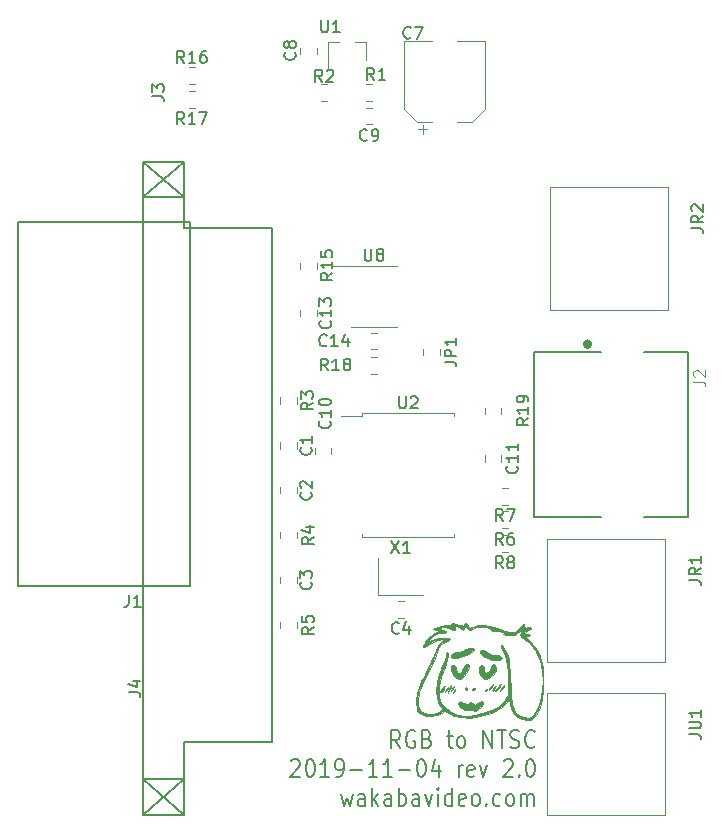
<source format=gbr>
G04 #@! TF.GenerationSoftware,KiCad,Pcbnew,(5.1.5)-2*
G04 #@! TF.CreationDate,2020-08-23T21:31:47+12:00*
G04 #@! TF.ProjectId,rgbntsc,7267626e-7473-4632-9e6b-696361645f70,rev?*
G04 #@! TF.SameCoordinates,Original*
G04 #@! TF.FileFunction,Legend,Top*
G04 #@! TF.FilePolarity,Positive*
%FSLAX46Y46*%
G04 Gerber Fmt 4.6, Leading zero omitted, Abs format (unit mm)*
G04 Created by KiCad (PCBNEW (5.1.5)-2) date 2020-08-23 21:31:47*
%MOMM*%
%LPD*%
G04 APERTURE LIST*
%ADD10C,0.200000*%
%ADD11C,0.120000*%
%ADD12C,0.400000*%
%ADD13C,0.127000*%
%ADD14C,0.010000*%
%ADD15C,0.150000*%
%ADD16C,0.050000*%
G04 APERTURE END LIST*
D10*
X47231904Y-103128571D02*
X46798571Y-102414285D01*
X46489047Y-103128571D02*
X46489047Y-101628571D01*
X46984285Y-101628571D01*
X47108095Y-101700000D01*
X47170000Y-101771428D01*
X47231904Y-101914285D01*
X47231904Y-102128571D01*
X47170000Y-102271428D01*
X47108095Y-102342857D01*
X46984285Y-102414285D01*
X46489047Y-102414285D01*
X48470000Y-101700000D02*
X48346190Y-101628571D01*
X48160476Y-101628571D01*
X47974761Y-101700000D01*
X47850952Y-101842857D01*
X47789047Y-101985714D01*
X47727142Y-102271428D01*
X47727142Y-102485714D01*
X47789047Y-102771428D01*
X47850952Y-102914285D01*
X47974761Y-103057142D01*
X48160476Y-103128571D01*
X48284285Y-103128571D01*
X48470000Y-103057142D01*
X48531904Y-102985714D01*
X48531904Y-102485714D01*
X48284285Y-102485714D01*
X49522380Y-102342857D02*
X49708095Y-102414285D01*
X49770000Y-102485714D01*
X49831904Y-102628571D01*
X49831904Y-102842857D01*
X49770000Y-102985714D01*
X49708095Y-103057142D01*
X49584285Y-103128571D01*
X49089047Y-103128571D01*
X49089047Y-101628571D01*
X49522380Y-101628571D01*
X49646190Y-101700000D01*
X49708095Y-101771428D01*
X49770000Y-101914285D01*
X49770000Y-102057142D01*
X49708095Y-102200000D01*
X49646190Y-102271428D01*
X49522380Y-102342857D01*
X49089047Y-102342857D01*
X51193809Y-102128571D02*
X51689047Y-102128571D01*
X51379523Y-101628571D02*
X51379523Y-102914285D01*
X51441428Y-103057142D01*
X51565238Y-103128571D01*
X51689047Y-103128571D01*
X52308095Y-103128571D02*
X52184285Y-103057142D01*
X52122380Y-102985714D01*
X52060476Y-102842857D01*
X52060476Y-102414285D01*
X52122380Y-102271428D01*
X52184285Y-102200000D01*
X52308095Y-102128571D01*
X52493809Y-102128571D01*
X52617619Y-102200000D01*
X52679523Y-102271428D01*
X52741428Y-102414285D01*
X52741428Y-102842857D01*
X52679523Y-102985714D01*
X52617619Y-103057142D01*
X52493809Y-103128571D01*
X52308095Y-103128571D01*
X54289047Y-103128571D02*
X54289047Y-101628571D01*
X55031904Y-103128571D01*
X55031904Y-101628571D01*
X55465238Y-101628571D02*
X56208095Y-101628571D01*
X55836666Y-103128571D02*
X55836666Y-101628571D01*
X56579523Y-103057142D02*
X56765238Y-103128571D01*
X57074761Y-103128571D01*
X57198571Y-103057142D01*
X57260476Y-102985714D01*
X57322380Y-102842857D01*
X57322380Y-102700000D01*
X57260476Y-102557142D01*
X57198571Y-102485714D01*
X57074761Y-102414285D01*
X56827142Y-102342857D01*
X56703333Y-102271428D01*
X56641428Y-102200000D01*
X56579523Y-102057142D01*
X56579523Y-101914285D01*
X56641428Y-101771428D01*
X56703333Y-101700000D01*
X56827142Y-101628571D01*
X57136666Y-101628571D01*
X57322380Y-101700000D01*
X58622380Y-102985714D02*
X58560476Y-103057142D01*
X58374761Y-103128571D01*
X58250952Y-103128571D01*
X58065238Y-103057142D01*
X57941428Y-102914285D01*
X57879523Y-102771428D01*
X57817619Y-102485714D01*
X57817619Y-102271428D01*
X57879523Y-101985714D01*
X57941428Y-101842857D01*
X58065238Y-101700000D01*
X58250952Y-101628571D01*
X58374761Y-101628571D01*
X58560476Y-101700000D01*
X58622380Y-101771428D01*
X38008095Y-104221428D02*
X38070000Y-104150000D01*
X38193809Y-104078571D01*
X38503333Y-104078571D01*
X38627142Y-104150000D01*
X38689047Y-104221428D01*
X38750952Y-104364285D01*
X38750952Y-104507142D01*
X38689047Y-104721428D01*
X37946190Y-105578571D01*
X38750952Y-105578571D01*
X39555714Y-104078571D02*
X39679523Y-104078571D01*
X39803333Y-104150000D01*
X39865238Y-104221428D01*
X39927142Y-104364285D01*
X39989047Y-104650000D01*
X39989047Y-105007142D01*
X39927142Y-105292857D01*
X39865238Y-105435714D01*
X39803333Y-105507142D01*
X39679523Y-105578571D01*
X39555714Y-105578571D01*
X39431904Y-105507142D01*
X39370000Y-105435714D01*
X39308095Y-105292857D01*
X39246190Y-105007142D01*
X39246190Y-104650000D01*
X39308095Y-104364285D01*
X39370000Y-104221428D01*
X39431904Y-104150000D01*
X39555714Y-104078571D01*
X41227142Y-105578571D02*
X40484285Y-105578571D01*
X40855714Y-105578571D02*
X40855714Y-104078571D01*
X40731904Y-104292857D01*
X40608095Y-104435714D01*
X40484285Y-104507142D01*
X41846190Y-105578571D02*
X42093809Y-105578571D01*
X42217619Y-105507142D01*
X42279523Y-105435714D01*
X42403333Y-105221428D01*
X42465238Y-104935714D01*
X42465238Y-104364285D01*
X42403333Y-104221428D01*
X42341428Y-104150000D01*
X42217619Y-104078571D01*
X41970000Y-104078571D01*
X41846190Y-104150000D01*
X41784285Y-104221428D01*
X41722380Y-104364285D01*
X41722380Y-104721428D01*
X41784285Y-104864285D01*
X41846190Y-104935714D01*
X41970000Y-105007142D01*
X42217619Y-105007142D01*
X42341428Y-104935714D01*
X42403333Y-104864285D01*
X42465238Y-104721428D01*
X43022380Y-105007142D02*
X44012857Y-105007142D01*
X45312857Y-105578571D02*
X44570000Y-105578571D01*
X44941428Y-105578571D02*
X44941428Y-104078571D01*
X44817619Y-104292857D01*
X44693809Y-104435714D01*
X44570000Y-104507142D01*
X46550952Y-105578571D02*
X45808095Y-105578571D01*
X46179523Y-105578571D02*
X46179523Y-104078571D01*
X46055714Y-104292857D01*
X45931904Y-104435714D01*
X45808095Y-104507142D01*
X47108095Y-105007142D02*
X48098571Y-105007142D01*
X48965238Y-104078571D02*
X49089047Y-104078571D01*
X49212857Y-104150000D01*
X49274761Y-104221428D01*
X49336666Y-104364285D01*
X49398571Y-104650000D01*
X49398571Y-105007142D01*
X49336666Y-105292857D01*
X49274761Y-105435714D01*
X49212857Y-105507142D01*
X49089047Y-105578571D01*
X48965238Y-105578571D01*
X48841428Y-105507142D01*
X48779523Y-105435714D01*
X48717619Y-105292857D01*
X48655714Y-105007142D01*
X48655714Y-104650000D01*
X48717619Y-104364285D01*
X48779523Y-104221428D01*
X48841428Y-104150000D01*
X48965238Y-104078571D01*
X50512857Y-104578571D02*
X50512857Y-105578571D01*
X50203333Y-104007142D02*
X49893809Y-105078571D01*
X50698571Y-105078571D01*
X52184285Y-105578571D02*
X52184285Y-104578571D01*
X52184285Y-104864285D02*
X52246190Y-104721428D01*
X52308095Y-104650000D01*
X52431904Y-104578571D01*
X52555714Y-104578571D01*
X53484285Y-105507142D02*
X53360476Y-105578571D01*
X53112857Y-105578571D01*
X52989047Y-105507142D01*
X52927142Y-105364285D01*
X52927142Y-104792857D01*
X52989047Y-104650000D01*
X53112857Y-104578571D01*
X53360476Y-104578571D01*
X53484285Y-104650000D01*
X53546190Y-104792857D01*
X53546190Y-104935714D01*
X52927142Y-105078571D01*
X53979523Y-104578571D02*
X54289047Y-105578571D01*
X54598571Y-104578571D01*
X56022380Y-104221428D02*
X56084285Y-104150000D01*
X56208095Y-104078571D01*
X56517619Y-104078571D01*
X56641428Y-104150000D01*
X56703333Y-104221428D01*
X56765238Y-104364285D01*
X56765238Y-104507142D01*
X56703333Y-104721428D01*
X55960476Y-105578571D01*
X56765238Y-105578571D01*
X57322380Y-105435714D02*
X57384285Y-105507142D01*
X57322380Y-105578571D01*
X57260476Y-105507142D01*
X57322380Y-105435714D01*
X57322380Y-105578571D01*
X58189047Y-104078571D02*
X58312857Y-104078571D01*
X58436666Y-104150000D01*
X58498571Y-104221428D01*
X58560476Y-104364285D01*
X58622380Y-104650000D01*
X58622380Y-105007142D01*
X58560476Y-105292857D01*
X58498571Y-105435714D01*
X58436666Y-105507142D01*
X58312857Y-105578571D01*
X58189047Y-105578571D01*
X58065238Y-105507142D01*
X58003333Y-105435714D01*
X57941428Y-105292857D01*
X57879523Y-105007142D01*
X57879523Y-104650000D01*
X57941428Y-104364285D01*
X58003333Y-104221428D01*
X58065238Y-104150000D01*
X58189047Y-104078571D01*
X42217619Y-107028571D02*
X42465238Y-108028571D01*
X42712857Y-107314285D01*
X42960476Y-108028571D01*
X43208095Y-107028571D01*
X44260476Y-108028571D02*
X44260476Y-107242857D01*
X44198571Y-107100000D01*
X44074761Y-107028571D01*
X43827142Y-107028571D01*
X43703333Y-107100000D01*
X44260476Y-107957142D02*
X44136666Y-108028571D01*
X43827142Y-108028571D01*
X43703333Y-107957142D01*
X43641428Y-107814285D01*
X43641428Y-107671428D01*
X43703333Y-107528571D01*
X43827142Y-107457142D01*
X44136666Y-107457142D01*
X44260476Y-107385714D01*
X44879523Y-108028571D02*
X44879523Y-106528571D01*
X45003333Y-107457142D02*
X45374761Y-108028571D01*
X45374761Y-107028571D02*
X44879523Y-107600000D01*
X46489047Y-108028571D02*
X46489047Y-107242857D01*
X46427142Y-107100000D01*
X46303333Y-107028571D01*
X46055714Y-107028571D01*
X45931904Y-107100000D01*
X46489047Y-107957142D02*
X46365238Y-108028571D01*
X46055714Y-108028571D01*
X45931904Y-107957142D01*
X45870000Y-107814285D01*
X45870000Y-107671428D01*
X45931904Y-107528571D01*
X46055714Y-107457142D01*
X46365238Y-107457142D01*
X46489047Y-107385714D01*
X47108095Y-108028571D02*
X47108095Y-106528571D01*
X47108095Y-107100000D02*
X47231904Y-107028571D01*
X47479523Y-107028571D01*
X47603333Y-107100000D01*
X47665238Y-107171428D01*
X47727142Y-107314285D01*
X47727142Y-107742857D01*
X47665238Y-107885714D01*
X47603333Y-107957142D01*
X47479523Y-108028571D01*
X47231904Y-108028571D01*
X47108095Y-107957142D01*
X48841428Y-108028571D02*
X48841428Y-107242857D01*
X48779523Y-107100000D01*
X48655714Y-107028571D01*
X48408095Y-107028571D01*
X48284285Y-107100000D01*
X48841428Y-107957142D02*
X48717619Y-108028571D01*
X48408095Y-108028571D01*
X48284285Y-107957142D01*
X48222380Y-107814285D01*
X48222380Y-107671428D01*
X48284285Y-107528571D01*
X48408095Y-107457142D01*
X48717619Y-107457142D01*
X48841428Y-107385714D01*
X49336666Y-107028571D02*
X49646190Y-108028571D01*
X49955714Y-107028571D01*
X50450952Y-108028571D02*
X50450952Y-107028571D01*
X50450952Y-106528571D02*
X50389047Y-106600000D01*
X50450952Y-106671428D01*
X50512857Y-106600000D01*
X50450952Y-106528571D01*
X50450952Y-106671428D01*
X51627142Y-108028571D02*
X51627142Y-106528571D01*
X51627142Y-107957142D02*
X51503333Y-108028571D01*
X51255714Y-108028571D01*
X51131904Y-107957142D01*
X51070000Y-107885714D01*
X51008095Y-107742857D01*
X51008095Y-107314285D01*
X51070000Y-107171428D01*
X51131904Y-107100000D01*
X51255714Y-107028571D01*
X51503333Y-107028571D01*
X51627142Y-107100000D01*
X52741428Y-107957142D02*
X52617619Y-108028571D01*
X52370000Y-108028571D01*
X52246190Y-107957142D01*
X52184285Y-107814285D01*
X52184285Y-107242857D01*
X52246190Y-107100000D01*
X52370000Y-107028571D01*
X52617619Y-107028571D01*
X52741428Y-107100000D01*
X52803333Y-107242857D01*
X52803333Y-107385714D01*
X52184285Y-107528571D01*
X53546190Y-108028571D02*
X53422380Y-107957142D01*
X53360476Y-107885714D01*
X53298571Y-107742857D01*
X53298571Y-107314285D01*
X53360476Y-107171428D01*
X53422380Y-107100000D01*
X53546190Y-107028571D01*
X53731904Y-107028571D01*
X53855714Y-107100000D01*
X53917619Y-107171428D01*
X53979523Y-107314285D01*
X53979523Y-107742857D01*
X53917619Y-107885714D01*
X53855714Y-107957142D01*
X53731904Y-108028571D01*
X53546190Y-108028571D01*
X54536666Y-107885714D02*
X54598571Y-107957142D01*
X54536666Y-108028571D01*
X54474761Y-107957142D01*
X54536666Y-107885714D01*
X54536666Y-108028571D01*
X55712857Y-107957142D02*
X55589047Y-108028571D01*
X55341428Y-108028571D01*
X55217619Y-107957142D01*
X55155714Y-107885714D01*
X55093809Y-107742857D01*
X55093809Y-107314285D01*
X55155714Y-107171428D01*
X55217619Y-107100000D01*
X55341428Y-107028571D01*
X55589047Y-107028571D01*
X55712857Y-107100000D01*
X56455714Y-108028571D02*
X56331904Y-107957142D01*
X56270000Y-107885714D01*
X56208095Y-107742857D01*
X56208095Y-107314285D01*
X56270000Y-107171428D01*
X56331904Y-107100000D01*
X56455714Y-107028571D01*
X56641428Y-107028571D01*
X56765238Y-107100000D01*
X56827142Y-107171428D01*
X56889047Y-107314285D01*
X56889047Y-107742857D01*
X56827142Y-107885714D01*
X56765238Y-107957142D01*
X56641428Y-108028571D01*
X56455714Y-108028571D01*
X57446190Y-108028571D02*
X57446190Y-107028571D01*
X57446190Y-107171428D02*
X57508095Y-107100000D01*
X57631904Y-107028571D01*
X57817619Y-107028571D01*
X57941428Y-107100000D01*
X58003333Y-107242857D01*
X58003333Y-108028571D01*
X58003333Y-107242857D02*
X58065238Y-107100000D01*
X58189047Y-107028571D01*
X58374761Y-107028571D01*
X58498571Y-107100000D01*
X58560476Y-107242857D01*
X58560476Y-108028571D01*
D11*
X47038748Y-92110000D02*
X47561252Y-92110000D01*
X47038748Y-90690000D02*
X47561252Y-90690000D01*
X45400000Y-90175000D02*
X49200000Y-90175000D01*
X45400000Y-87025000D02*
X45400000Y-90175000D01*
X44040000Y-74995000D02*
X42225000Y-74995000D01*
X44040000Y-74740000D02*
X44040000Y-74995000D01*
X47900000Y-74740000D02*
X44040000Y-74740000D01*
X51760000Y-74740000D02*
X51760000Y-74995000D01*
X47900000Y-74740000D02*
X51760000Y-74740000D01*
X44040000Y-85260000D02*
X44040000Y-85005000D01*
X47900000Y-85260000D02*
X44040000Y-85260000D01*
X51760000Y-85260000D02*
X51760000Y-85005000D01*
X47900000Y-85260000D02*
X51760000Y-85260000D01*
X56361252Y-85090000D02*
X55838748Y-85090000D01*
X56361252Y-86510000D02*
X55838748Y-86510000D01*
X56361252Y-81090000D02*
X55838748Y-81090000D01*
X56361252Y-82510000D02*
X55838748Y-82510000D01*
X56361252Y-83090000D02*
X55838748Y-83090000D01*
X56361252Y-84510000D02*
X55838748Y-84510000D01*
X59900000Y-55600000D02*
X69900000Y-55600000D01*
X59900000Y-66000000D02*
X59900000Y-55600000D01*
X69900000Y-66000000D02*
X59900000Y-66000000D01*
X69900000Y-55600000D02*
X69900000Y-66000000D01*
X49190000Y-69338748D02*
X49190000Y-69861252D01*
X50610000Y-69338748D02*
X50610000Y-69861252D01*
D12*
X63300000Y-68940000D02*
G75*
G03X63300000Y-68940000I-200000J0D01*
G01*
D13*
X58600000Y-83600000D02*
X64250000Y-83600000D01*
X71600000Y-83600000D02*
X67910000Y-83600000D01*
X58600000Y-69600000D02*
X64250000Y-69600000D01*
X71600000Y-69600000D02*
X67910000Y-69600000D01*
X58600000Y-83600000D02*
X58600000Y-69600000D01*
X71600000Y-69600000D02*
X71600000Y-83600000D01*
D14*
G36*
X52899334Y-92604484D02*
G01*
X52944447Y-92721512D01*
X53008691Y-92822524D01*
X53088475Y-92910076D01*
X53185612Y-92927480D01*
X53356537Y-92875772D01*
X53470645Y-92830999D01*
X53839344Y-92737396D01*
X54282480Y-92728687D01*
X54820845Y-92806805D01*
X55475228Y-92973685D01*
X55682855Y-93036825D01*
X56143707Y-93180918D01*
X56473757Y-93276618D01*
X56704691Y-93323190D01*
X56868197Y-93319898D01*
X56995960Y-93266009D01*
X57119666Y-93160787D01*
X57271003Y-93003498D01*
X57274427Y-92999922D01*
X57499966Y-92770356D01*
X57634873Y-92655627D01*
X57701952Y-92644848D01*
X57724009Y-92727135D01*
X57725334Y-92784676D01*
X57751028Y-92892418D01*
X57859400Y-92920257D01*
X58010903Y-92902345D01*
X58231758Y-92895234D01*
X58354044Y-92949172D01*
X58354566Y-92950002D01*
X58340225Y-93028136D01*
X58259497Y-93044420D01*
X58096414Y-93096041D01*
X57890920Y-93222744D01*
X57852334Y-93253042D01*
X57598334Y-93461243D01*
X57920830Y-93464288D01*
X58124185Y-93485228D01*
X58196286Y-93536652D01*
X58191000Y-93552000D01*
X58072986Y-93620282D01*
X57953170Y-93636895D01*
X57863349Y-93650574D01*
X57870404Y-93707697D01*
X57987209Y-93832892D01*
X58119169Y-93954395D01*
X58596816Y-94481520D01*
X58962079Y-95107455D01*
X59177116Y-95672906D01*
X59260163Y-95963925D01*
X59316230Y-96238356D01*
X59350093Y-96541141D01*
X59366527Y-96917217D01*
X59370307Y-97411524D01*
X59370111Y-97489000D01*
X59346052Y-98246868D01*
X59274011Y-98875177D01*
X59145865Y-99408941D01*
X58953495Y-99883177D01*
X58722049Y-100283000D01*
X58554563Y-100522212D01*
X58418423Y-100652208D01*
X58259288Y-100709823D01*
X58063346Y-100729524D01*
X57588660Y-100677596D01*
X57325237Y-100573534D01*
X56974076Y-100323867D01*
X56718422Y-99964554D01*
X56542739Y-99472973D01*
X56528386Y-99413140D01*
X56428632Y-98980982D01*
X56185023Y-99287524D01*
X55856819Y-99628483D01*
X55454593Y-99900193D01*
X54931611Y-100133962D01*
X54908971Y-100142427D01*
X54012197Y-100416885D01*
X53189818Y-100546786D01*
X52445390Y-100532206D01*
X51782469Y-100373222D01*
X51204613Y-100069911D01*
X51194357Y-100062664D01*
X51031763Y-99962182D01*
X50934238Y-99965124D01*
X50861857Y-100035598D01*
X50601643Y-100232570D01*
X50235698Y-100360951D01*
X49815983Y-100413853D01*
X49394460Y-100384387D01*
X49045178Y-100276460D01*
X48867328Y-100177041D01*
X48751967Y-100056079D01*
X48680066Y-99872818D01*
X48632597Y-99586503D01*
X48608366Y-99351593D01*
X48753669Y-99351593D01*
X48761480Y-99582727D01*
X48799792Y-99738855D01*
X48877000Y-99866863D01*
X48936376Y-99939123D01*
X49116068Y-100099565D01*
X49344416Y-100186074D01*
X49576557Y-100219537D01*
X49990560Y-100234300D01*
X50302930Y-100177276D01*
X50570652Y-100035962D01*
X50635867Y-99987115D01*
X50855247Y-99814550D01*
X50614815Y-99551312D01*
X50424711Y-99229213D01*
X50316881Y-98790861D01*
X50290129Y-98267333D01*
X50343264Y-97689708D01*
X50475090Y-97089067D01*
X50684415Y-96496487D01*
X50736666Y-96379093D01*
X50887684Y-96022497D01*
X51011698Y-95674949D01*
X51086632Y-95399790D01*
X51094915Y-95351166D01*
X51142844Y-95131603D01*
X51205032Y-95004223D01*
X51229302Y-94991333D01*
X51285579Y-95063881D01*
X51283665Y-95259321D01*
X51230752Y-95544341D01*
X51134036Y-95885632D01*
X51000709Y-96249885D01*
X50915035Y-96446532D01*
X50656037Y-97145577D01*
X50511598Y-97858557D01*
X50489856Y-98537071D01*
X50519263Y-98800081D01*
X50577426Y-99073375D01*
X50670207Y-99278348D01*
X50834306Y-99477832D01*
X51018202Y-99654237D01*
X51571259Y-100062661D01*
X52169665Y-100308960D01*
X52822958Y-100396511D01*
X53091685Y-100388571D01*
X53583564Y-100321176D01*
X54135137Y-100193750D01*
X54686927Y-100024217D01*
X55179457Y-99830506D01*
X55506027Y-99660887D01*
X55764889Y-99454572D01*
X56022674Y-99177286D01*
X56138715Y-99018537D01*
X56408377Y-98600741D01*
X56385431Y-97367537D01*
X56360042Y-96673557D01*
X56308201Y-96113854D01*
X56223275Y-95654537D01*
X56098633Y-95261713D01*
X55927642Y-94901491D01*
X55889832Y-94834740D01*
X55765573Y-94577913D01*
X55740632Y-94415691D01*
X55756097Y-94386703D01*
X55833119Y-94415499D01*
X55962030Y-94588743D01*
X56133185Y-94893124D01*
X56157882Y-94941330D01*
X56479890Y-95575735D01*
X56548711Y-97209701D01*
X56579802Y-97903612D01*
X56609652Y-98451631D01*
X56641007Y-98877151D01*
X56676615Y-99203568D01*
X56719222Y-99454274D01*
X56771575Y-99652663D01*
X56836421Y-99822131D01*
X56861987Y-99877707D01*
X57069696Y-100167650D01*
X57359879Y-100387765D01*
X57691657Y-100525036D01*
X58024153Y-100566445D01*
X58316488Y-100498979D01*
X58467248Y-100388833D01*
X58753750Y-99981418D01*
X58986618Y-99445907D01*
X59160407Y-98816534D01*
X59269675Y-98127533D01*
X59308981Y-97413138D01*
X59272881Y-96707583D01*
X59157084Y-96049666D01*
X59045749Y-95671743D01*
X58909694Y-95303921D01*
X58767712Y-94989885D01*
X58638598Y-94773319D01*
X58582150Y-94713251D01*
X58445012Y-94564770D01*
X58319797Y-94368040D01*
X58175290Y-94173772D01*
X58013528Y-94056905D01*
X57830353Y-93953341D01*
X57619445Y-93790057D01*
X57592132Y-93765334D01*
X57440912Y-93605190D01*
X57406369Y-93487925D01*
X57453901Y-93379117D01*
X57549527Y-93188148D01*
X57530836Y-93117189D01*
X57407055Y-93170447D01*
X57256721Y-93289229D01*
X57060623Y-93441909D01*
X56874324Y-93520918D01*
X56626878Y-93549432D01*
X56452387Y-93552000D01*
X56183002Y-93539079D01*
X56000497Y-93505363D01*
X55947334Y-93467333D01*
X56014819Y-93383068D01*
X56053167Y-93374227D01*
X56102653Y-93353981D01*
X56025154Y-93319592D01*
X55861397Y-93280311D01*
X55652107Y-93245386D01*
X55438009Y-93224065D01*
X55381881Y-93221772D01*
X55124745Y-93186058D01*
X54928515Y-93107616D01*
X54897571Y-93082808D01*
X54608568Y-92894060D01*
X54241246Y-92834855D01*
X53784355Y-92904978D01*
X53349528Y-93052942D01*
X53156259Y-93115115D01*
X53034183Y-93084183D01*
X52916619Y-92959654D01*
X52753181Y-92757817D01*
X52655741Y-92939887D01*
X52558300Y-93121957D01*
X52251335Y-92913645D01*
X52005763Y-92760303D01*
X51874787Y-92717532D01*
X51844741Y-92785347D01*
X51882194Y-92914002D01*
X51921269Y-93101465D01*
X51849733Y-93161950D01*
X51670254Y-93094338D01*
X51581718Y-93039737D01*
X51318771Y-92926964D01*
X51012516Y-92878585D01*
X50738351Y-92902024D01*
X50631739Y-92946166D01*
X50617942Y-93012092D01*
X50766747Y-93093081D01*
X50861766Y-93126829D01*
X51085758Y-93223889D01*
X51143904Y-93305312D01*
X51039584Y-93361452D01*
X50776178Y-93382663D01*
X50772104Y-93382666D01*
X50422607Y-93421155D01*
X50121888Y-93555537D01*
X49830167Y-93789852D01*
X49651675Y-93974373D01*
X49613014Y-94063540D01*
X49713481Y-94056469D01*
X49952377Y-93952276D01*
X49957167Y-93949891D01*
X50202878Y-93861972D01*
X50509862Y-93799413D01*
X50832338Y-93765139D01*
X51124525Y-93762078D01*
X51340641Y-93793153D01*
X51433336Y-93855555D01*
X51382846Y-93941727D01*
X51218846Y-94053598D01*
X51117589Y-94104021D01*
X50735831Y-94344289D01*
X50482970Y-94675940D01*
X50357053Y-95023553D01*
X50291635Y-95209191D01*
X50162617Y-95514647D01*
X49983913Y-95909190D01*
X49769435Y-96362086D01*
X49537168Y-96834484D01*
X49283345Y-97343603D01*
X49095465Y-97731584D01*
X48962902Y-98028324D01*
X48875031Y-98263717D01*
X48821224Y-98467661D01*
X48790855Y-98670049D01*
X48773299Y-98900778D01*
X48767962Y-98998568D01*
X48753669Y-99351593D01*
X48608366Y-99351593D01*
X48606952Y-99337893D01*
X48591936Y-98967543D01*
X48626484Y-98613255D01*
X48720611Y-98238910D01*
X48884333Y-97808389D01*
X49127667Y-97285571D01*
X49236209Y-97068746D01*
X49503007Y-96541987D01*
X49704482Y-96140786D01*
X49852244Y-95839854D01*
X49957900Y-95613898D01*
X50033060Y-95437629D01*
X50089331Y-95285755D01*
X50138323Y-95132987D01*
X50163974Y-95047498D01*
X50326144Y-94608241D01*
X50523732Y-94296832D01*
X50783902Y-94071990D01*
X50821377Y-94048403D01*
X51079000Y-93891299D01*
X50782667Y-93892842D01*
X50421803Y-93954056D01*
X50003947Y-94118918D01*
X49584210Y-94364159D01*
X49469796Y-94447150D01*
X49272471Y-94572923D01*
X49181177Y-94572425D01*
X49196139Y-94451587D01*
X49317581Y-94216344D01*
X49453148Y-94005744D01*
X49820263Y-93597866D01*
X50151648Y-93382838D01*
X50571000Y-93171343D01*
X50274667Y-93122567D01*
X49978334Y-93073792D01*
X50401667Y-92882055D01*
X50787842Y-92748101D01*
X51152688Y-92721955D01*
X51219456Y-92726989D01*
X51461599Y-92738972D01*
X51566951Y-92711086D01*
X51570231Y-92649830D01*
X51594304Y-92560046D01*
X51742113Y-92539778D01*
X51983359Y-92588212D01*
X52201889Y-92666828D01*
X52409703Y-92744309D01*
X52523931Y-92747652D01*
X52603228Y-92676856D01*
X52610670Y-92666828D01*
X52732798Y-92562261D01*
X52850477Y-92539101D01*
X52899334Y-92604484D01*
G37*
X52899334Y-92604484D02*
X52944447Y-92721512D01*
X53008691Y-92822524D01*
X53088475Y-92910076D01*
X53185612Y-92927480D01*
X53356537Y-92875772D01*
X53470645Y-92830999D01*
X53839344Y-92737396D01*
X54282480Y-92728687D01*
X54820845Y-92806805D01*
X55475228Y-92973685D01*
X55682855Y-93036825D01*
X56143707Y-93180918D01*
X56473757Y-93276618D01*
X56704691Y-93323190D01*
X56868197Y-93319898D01*
X56995960Y-93266009D01*
X57119666Y-93160787D01*
X57271003Y-93003498D01*
X57274427Y-92999922D01*
X57499966Y-92770356D01*
X57634873Y-92655627D01*
X57701952Y-92644848D01*
X57724009Y-92727135D01*
X57725334Y-92784676D01*
X57751028Y-92892418D01*
X57859400Y-92920257D01*
X58010903Y-92902345D01*
X58231758Y-92895234D01*
X58354044Y-92949172D01*
X58354566Y-92950002D01*
X58340225Y-93028136D01*
X58259497Y-93044420D01*
X58096414Y-93096041D01*
X57890920Y-93222744D01*
X57852334Y-93253042D01*
X57598334Y-93461243D01*
X57920830Y-93464288D01*
X58124185Y-93485228D01*
X58196286Y-93536652D01*
X58191000Y-93552000D01*
X58072986Y-93620282D01*
X57953170Y-93636895D01*
X57863349Y-93650574D01*
X57870404Y-93707697D01*
X57987209Y-93832892D01*
X58119169Y-93954395D01*
X58596816Y-94481520D01*
X58962079Y-95107455D01*
X59177116Y-95672906D01*
X59260163Y-95963925D01*
X59316230Y-96238356D01*
X59350093Y-96541141D01*
X59366527Y-96917217D01*
X59370307Y-97411524D01*
X59370111Y-97489000D01*
X59346052Y-98246868D01*
X59274011Y-98875177D01*
X59145865Y-99408941D01*
X58953495Y-99883177D01*
X58722049Y-100283000D01*
X58554563Y-100522212D01*
X58418423Y-100652208D01*
X58259288Y-100709823D01*
X58063346Y-100729524D01*
X57588660Y-100677596D01*
X57325237Y-100573534D01*
X56974076Y-100323867D01*
X56718422Y-99964554D01*
X56542739Y-99472973D01*
X56528386Y-99413140D01*
X56428632Y-98980982D01*
X56185023Y-99287524D01*
X55856819Y-99628483D01*
X55454593Y-99900193D01*
X54931611Y-100133962D01*
X54908971Y-100142427D01*
X54012197Y-100416885D01*
X53189818Y-100546786D01*
X52445390Y-100532206D01*
X51782469Y-100373222D01*
X51204613Y-100069911D01*
X51194357Y-100062664D01*
X51031763Y-99962182D01*
X50934238Y-99965124D01*
X50861857Y-100035598D01*
X50601643Y-100232570D01*
X50235698Y-100360951D01*
X49815983Y-100413853D01*
X49394460Y-100384387D01*
X49045178Y-100276460D01*
X48867328Y-100177041D01*
X48751967Y-100056079D01*
X48680066Y-99872818D01*
X48632597Y-99586503D01*
X48608366Y-99351593D01*
X48753669Y-99351593D01*
X48761480Y-99582727D01*
X48799792Y-99738855D01*
X48877000Y-99866863D01*
X48936376Y-99939123D01*
X49116068Y-100099565D01*
X49344416Y-100186074D01*
X49576557Y-100219537D01*
X49990560Y-100234300D01*
X50302930Y-100177276D01*
X50570652Y-100035962D01*
X50635867Y-99987115D01*
X50855247Y-99814550D01*
X50614815Y-99551312D01*
X50424711Y-99229213D01*
X50316881Y-98790861D01*
X50290129Y-98267333D01*
X50343264Y-97689708D01*
X50475090Y-97089067D01*
X50684415Y-96496487D01*
X50736666Y-96379093D01*
X50887684Y-96022497D01*
X51011698Y-95674949D01*
X51086632Y-95399790D01*
X51094915Y-95351166D01*
X51142844Y-95131603D01*
X51205032Y-95004223D01*
X51229302Y-94991333D01*
X51285579Y-95063881D01*
X51283665Y-95259321D01*
X51230752Y-95544341D01*
X51134036Y-95885632D01*
X51000709Y-96249885D01*
X50915035Y-96446532D01*
X50656037Y-97145577D01*
X50511598Y-97858557D01*
X50489856Y-98537071D01*
X50519263Y-98800081D01*
X50577426Y-99073375D01*
X50670207Y-99278348D01*
X50834306Y-99477832D01*
X51018202Y-99654237D01*
X51571259Y-100062661D01*
X52169665Y-100308960D01*
X52822958Y-100396511D01*
X53091685Y-100388571D01*
X53583564Y-100321176D01*
X54135137Y-100193750D01*
X54686927Y-100024217D01*
X55179457Y-99830506D01*
X55506027Y-99660887D01*
X55764889Y-99454572D01*
X56022674Y-99177286D01*
X56138715Y-99018537D01*
X56408377Y-98600741D01*
X56385431Y-97367537D01*
X56360042Y-96673557D01*
X56308201Y-96113854D01*
X56223275Y-95654537D01*
X56098633Y-95261713D01*
X55927642Y-94901491D01*
X55889832Y-94834740D01*
X55765573Y-94577913D01*
X55740632Y-94415691D01*
X55756097Y-94386703D01*
X55833119Y-94415499D01*
X55962030Y-94588743D01*
X56133185Y-94893124D01*
X56157882Y-94941330D01*
X56479890Y-95575735D01*
X56548711Y-97209701D01*
X56579802Y-97903612D01*
X56609652Y-98451631D01*
X56641007Y-98877151D01*
X56676615Y-99203568D01*
X56719222Y-99454274D01*
X56771575Y-99652663D01*
X56836421Y-99822131D01*
X56861987Y-99877707D01*
X57069696Y-100167650D01*
X57359879Y-100387765D01*
X57691657Y-100525036D01*
X58024153Y-100566445D01*
X58316488Y-100498979D01*
X58467248Y-100388833D01*
X58753750Y-99981418D01*
X58986618Y-99445907D01*
X59160407Y-98816534D01*
X59269675Y-98127533D01*
X59308981Y-97413138D01*
X59272881Y-96707583D01*
X59157084Y-96049666D01*
X59045749Y-95671743D01*
X58909694Y-95303921D01*
X58767712Y-94989885D01*
X58638598Y-94773319D01*
X58582150Y-94713251D01*
X58445012Y-94564770D01*
X58319797Y-94368040D01*
X58175290Y-94173772D01*
X58013528Y-94056905D01*
X57830353Y-93953341D01*
X57619445Y-93790057D01*
X57592132Y-93765334D01*
X57440912Y-93605190D01*
X57406369Y-93487925D01*
X57453901Y-93379117D01*
X57549527Y-93188148D01*
X57530836Y-93117189D01*
X57407055Y-93170447D01*
X57256721Y-93289229D01*
X57060623Y-93441909D01*
X56874324Y-93520918D01*
X56626878Y-93549432D01*
X56452387Y-93552000D01*
X56183002Y-93539079D01*
X56000497Y-93505363D01*
X55947334Y-93467333D01*
X56014819Y-93383068D01*
X56053167Y-93374227D01*
X56102653Y-93353981D01*
X56025154Y-93319592D01*
X55861397Y-93280311D01*
X55652107Y-93245386D01*
X55438009Y-93224065D01*
X55381881Y-93221772D01*
X55124745Y-93186058D01*
X54928515Y-93107616D01*
X54897571Y-93082808D01*
X54608568Y-92894060D01*
X54241246Y-92834855D01*
X53784355Y-92904978D01*
X53349528Y-93052942D01*
X53156259Y-93115115D01*
X53034183Y-93084183D01*
X52916619Y-92959654D01*
X52753181Y-92757817D01*
X52655741Y-92939887D01*
X52558300Y-93121957D01*
X52251335Y-92913645D01*
X52005763Y-92760303D01*
X51874787Y-92717532D01*
X51844741Y-92785347D01*
X51882194Y-92914002D01*
X51921269Y-93101465D01*
X51849733Y-93161950D01*
X51670254Y-93094338D01*
X51581718Y-93039737D01*
X51318771Y-92926964D01*
X51012516Y-92878585D01*
X50738351Y-92902024D01*
X50631739Y-92946166D01*
X50617942Y-93012092D01*
X50766747Y-93093081D01*
X50861766Y-93126829D01*
X51085758Y-93223889D01*
X51143904Y-93305312D01*
X51039584Y-93361452D01*
X50776178Y-93382663D01*
X50772104Y-93382666D01*
X50422607Y-93421155D01*
X50121888Y-93555537D01*
X49830167Y-93789852D01*
X49651675Y-93974373D01*
X49613014Y-94063540D01*
X49713481Y-94056469D01*
X49952377Y-93952276D01*
X49957167Y-93949891D01*
X50202878Y-93861972D01*
X50509862Y-93799413D01*
X50832338Y-93765139D01*
X51124525Y-93762078D01*
X51340641Y-93793153D01*
X51433336Y-93855555D01*
X51382846Y-93941727D01*
X51218846Y-94053598D01*
X51117589Y-94104021D01*
X50735831Y-94344289D01*
X50482970Y-94675940D01*
X50357053Y-95023553D01*
X50291635Y-95209191D01*
X50162617Y-95514647D01*
X49983913Y-95909190D01*
X49769435Y-96362086D01*
X49537168Y-96834484D01*
X49283345Y-97343603D01*
X49095465Y-97731584D01*
X48962902Y-98028324D01*
X48875031Y-98263717D01*
X48821224Y-98467661D01*
X48790855Y-98670049D01*
X48773299Y-98900778D01*
X48767962Y-98998568D01*
X48753669Y-99351593D01*
X48608366Y-99351593D01*
X48606952Y-99337893D01*
X48591936Y-98967543D01*
X48626484Y-98613255D01*
X48720611Y-98238910D01*
X48884333Y-97808389D01*
X49127667Y-97285571D01*
X49236209Y-97068746D01*
X49503007Y-96541987D01*
X49704482Y-96140786D01*
X49852244Y-95839854D01*
X49957900Y-95613898D01*
X50033060Y-95437629D01*
X50089331Y-95285755D01*
X50138323Y-95132987D01*
X50163974Y-95047498D01*
X50326144Y-94608241D01*
X50523732Y-94296832D01*
X50783902Y-94071990D01*
X50821377Y-94048403D01*
X51079000Y-93891299D01*
X50782667Y-93892842D01*
X50421803Y-93954056D01*
X50003947Y-94118918D01*
X49584210Y-94364159D01*
X49469796Y-94447150D01*
X49272471Y-94572923D01*
X49181177Y-94572425D01*
X49196139Y-94451587D01*
X49317581Y-94216344D01*
X49453148Y-94005744D01*
X49820263Y-93597866D01*
X50151648Y-93382838D01*
X50571000Y-93171343D01*
X50274667Y-93122567D01*
X49978334Y-93073792D01*
X50401667Y-92882055D01*
X50787842Y-92748101D01*
X51152688Y-92721955D01*
X51219456Y-92726989D01*
X51461599Y-92738972D01*
X51566951Y-92711086D01*
X51570231Y-92649830D01*
X51594304Y-92560046D01*
X51742113Y-92539778D01*
X51983359Y-92588212D01*
X52201889Y-92666828D01*
X52409703Y-92744309D01*
X52523931Y-92747652D01*
X52603228Y-92676856D01*
X52610670Y-92666828D01*
X52732798Y-92562261D01*
X52850477Y-92539101D01*
X52899334Y-92604484D01*
G36*
X52407955Y-99187219D02*
G01*
X52596496Y-99289485D01*
X52613578Y-99302527D01*
X52778312Y-99415840D01*
X52886252Y-99422880D01*
X52982567Y-99352963D01*
X53189879Y-99234858D01*
X53370553Y-99283261D01*
X53454676Y-99372833D01*
X53538117Y-99462355D01*
X53624932Y-99449487D01*
X53771741Y-99324915D01*
X53777202Y-99319788D01*
X53964489Y-99198648D01*
X54135774Y-99172085D01*
X54241260Y-99241776D01*
X54254000Y-99303730D01*
X54194660Y-99438184D01*
X54048787Y-99622751D01*
X53864602Y-99807998D01*
X53690326Y-99944492D01*
X53589063Y-99985370D01*
X53392821Y-99939696D01*
X53326654Y-99906256D01*
X53156375Y-99864127D01*
X52967376Y-99875691D01*
X52754421Y-99866197D01*
X52537331Y-99776628D01*
X52345239Y-99636059D01*
X52207280Y-99473564D01*
X52152586Y-99318220D01*
X52210290Y-99199101D01*
X52261844Y-99171572D01*
X52407955Y-99187219D01*
G37*
X52407955Y-99187219D02*
X52596496Y-99289485D01*
X52613578Y-99302527D01*
X52778312Y-99415840D01*
X52886252Y-99422880D01*
X52982567Y-99352963D01*
X53189879Y-99234858D01*
X53370553Y-99283261D01*
X53454676Y-99372833D01*
X53538117Y-99462355D01*
X53624932Y-99449487D01*
X53771741Y-99324915D01*
X53777202Y-99319788D01*
X53964489Y-99198648D01*
X54135774Y-99172085D01*
X54241260Y-99241776D01*
X54254000Y-99303730D01*
X54194660Y-99438184D01*
X54048787Y-99622751D01*
X53864602Y-99807998D01*
X53690326Y-99944492D01*
X53589063Y-99985370D01*
X53392821Y-99939696D01*
X53326654Y-99906256D01*
X53156375Y-99864127D01*
X52967376Y-99875691D01*
X52754421Y-99866197D01*
X52537331Y-99776628D01*
X52345239Y-99636059D01*
X52207280Y-99473564D01*
X52152586Y-99318220D01*
X52210290Y-99199101D01*
X52261844Y-99171572D01*
X52407955Y-99187219D01*
G36*
X51572368Y-97852017D02*
G01*
X51510002Y-98019796D01*
X51460000Y-98124000D01*
X51329906Y-98361260D01*
X51261391Y-98450773D01*
X51260947Y-98392480D01*
X51335068Y-98186326D01*
X51360454Y-98124861D01*
X51460703Y-97918491D01*
X51545250Y-97798477D01*
X51567554Y-97786194D01*
X51572368Y-97852017D01*
G37*
X51572368Y-97852017D02*
X51510002Y-98019796D01*
X51460000Y-98124000D01*
X51329906Y-98361260D01*
X51261391Y-98450773D01*
X51260947Y-98392480D01*
X51335068Y-98186326D01*
X51360454Y-98124861D01*
X51460703Y-97918491D01*
X51545250Y-97798477D01*
X51567554Y-97786194D01*
X51572368Y-97852017D01*
G36*
X51880741Y-98166333D02*
G01*
X51838584Y-98305472D01*
X51798667Y-98378000D01*
X51731579Y-98445769D01*
X51716593Y-98420333D01*
X51758749Y-98281194D01*
X51798667Y-98208666D01*
X51865754Y-98140897D01*
X51880741Y-98166333D01*
G37*
X51880741Y-98166333D02*
X51838584Y-98305472D01*
X51798667Y-98378000D01*
X51731579Y-98445769D01*
X51716593Y-98420333D01*
X51758749Y-98281194D01*
X51798667Y-98208666D01*
X51865754Y-98140897D01*
X51880741Y-98166333D01*
G36*
X50990289Y-97951684D02*
G01*
X50929818Y-98093112D01*
X50827928Y-98257179D01*
X50714766Y-98356414D01*
X50631660Y-98363057D01*
X50613334Y-98305696D01*
X50666021Y-98201240D01*
X50795731Y-98037276D01*
X50825000Y-98005001D01*
X50974619Y-97851882D01*
X51026815Y-97831671D01*
X50990289Y-97951684D01*
G37*
X50990289Y-97951684D02*
X50929818Y-98093112D01*
X50827928Y-98257179D01*
X50714766Y-98356414D01*
X50631660Y-98363057D01*
X50613334Y-98305696D01*
X50666021Y-98201240D01*
X50795731Y-98037276D01*
X50825000Y-98005001D01*
X50974619Y-97851882D01*
X51026815Y-97831671D01*
X50990289Y-97951684D01*
G36*
X51284666Y-97912333D02*
G01*
X51245791Y-98042378D01*
X51163667Y-98208666D01*
X51079424Y-98332000D01*
X51042722Y-98338121D01*
X51042667Y-98335666D01*
X51081542Y-98205621D01*
X51163667Y-98039333D01*
X51247909Y-97915999D01*
X51284612Y-97909878D01*
X51284666Y-97912333D01*
G37*
X51284666Y-97912333D02*
X51245791Y-98042378D01*
X51163667Y-98208666D01*
X51079424Y-98332000D01*
X51042722Y-98338121D01*
X51042667Y-98335666D01*
X51081542Y-98205621D01*
X51163667Y-98039333D01*
X51247909Y-97915999D01*
X51284612Y-97909878D01*
X51284666Y-97912333D01*
G36*
X51798667Y-97924373D02*
G01*
X51750266Y-98048646D01*
X51666996Y-98171317D01*
X51579462Y-98275402D01*
X51579310Y-98246943D01*
X51636131Y-98124000D01*
X51737169Y-97926263D01*
X51787268Y-97871210D01*
X51798667Y-97924373D01*
G37*
X51798667Y-97924373D02*
X51750266Y-98048646D01*
X51666996Y-98171317D01*
X51579462Y-98275402D01*
X51579310Y-98246943D01*
X51636131Y-98124000D01*
X51737169Y-97926263D01*
X51787268Y-97871210D01*
X51798667Y-97924373D01*
G36*
X54566104Y-98178690D02*
G01*
X54550334Y-98208666D01*
X54470559Y-98289523D01*
X54455673Y-98293333D01*
X54449897Y-98238643D01*
X54465667Y-98208666D01*
X54545441Y-98127809D01*
X54560327Y-98124000D01*
X54566104Y-98178690D01*
G37*
X54566104Y-98178690D02*
X54550334Y-98208666D01*
X54470559Y-98289523D01*
X54455673Y-98293333D01*
X54449897Y-98238643D01*
X54465667Y-98208666D01*
X54545441Y-98127809D01*
X54560327Y-98124000D01*
X54566104Y-98178690D01*
G36*
X55097554Y-97743000D02*
G01*
X55048409Y-97856914D01*
X54923645Y-98033626D01*
X54884104Y-98081666D01*
X54771165Y-98200141D01*
X54736631Y-98204182D01*
X54751321Y-98166333D01*
X54860036Y-97975813D01*
X54975406Y-97816999D01*
X55065217Y-97729278D01*
X55097554Y-97743000D01*
G37*
X55097554Y-97743000D02*
X55048409Y-97856914D01*
X54923645Y-98033626D01*
X54884104Y-98081666D01*
X54771165Y-98200141D01*
X54736631Y-98204182D01*
X54751321Y-98166333D01*
X54860036Y-97975813D01*
X54975406Y-97816999D01*
X55065217Y-97729278D01*
X55097554Y-97743000D01*
G36*
X55310575Y-97842415D02*
G01*
X55277616Y-97912333D01*
X55147752Y-98143107D01*
X55055820Y-98260815D01*
X55017558Y-98245695D01*
X55017297Y-98239213D01*
X55067781Y-98111943D01*
X55190114Y-97942879D01*
X55297284Y-97827889D01*
X55310575Y-97842415D01*
G37*
X55310575Y-97842415D02*
X55277616Y-97912333D01*
X55147752Y-98143107D01*
X55055820Y-98260815D01*
X55017558Y-98245695D01*
X55017297Y-98239213D01*
X55067781Y-98111943D01*
X55190114Y-97942879D01*
X55297284Y-97827889D01*
X55310575Y-97842415D01*
G36*
X55721902Y-97808226D02*
G01*
X55711539Y-97828613D01*
X55581510Y-98010107D01*
X55426009Y-98166674D01*
X55306032Y-98265643D01*
X55290828Y-98263712D01*
X55382131Y-98148571D01*
X55438065Y-98081060D01*
X55630134Y-97851855D01*
X55731035Y-97739607D01*
X55756410Y-97729877D01*
X55721902Y-97808226D01*
G37*
X55721902Y-97808226D02*
X55711539Y-97828613D01*
X55581510Y-98010107D01*
X55426009Y-98166674D01*
X55306032Y-98265643D01*
X55290828Y-98263712D01*
X55382131Y-98148571D01*
X55438065Y-98081060D01*
X55630134Y-97851855D01*
X55731035Y-97739607D01*
X55756410Y-97729877D01*
X55721902Y-97808226D01*
G36*
X55993024Y-97850774D02*
G01*
X55919405Y-98011137D01*
X55905000Y-98039333D01*
X55793126Y-98211731D01*
X55695960Y-98292497D01*
X55688625Y-98293333D01*
X55677652Y-98235112D01*
X55755468Y-98090254D01*
X55791388Y-98039333D01*
X55919890Y-97874792D01*
X56000340Y-97788909D01*
X56007763Y-97785333D01*
X55993024Y-97850774D01*
G37*
X55993024Y-97850774D02*
X55919405Y-98011137D01*
X55905000Y-98039333D01*
X55793126Y-98211731D01*
X55695960Y-98292497D01*
X55688625Y-98293333D01*
X55677652Y-98235112D01*
X55755468Y-98090254D01*
X55791388Y-98039333D01*
X55919890Y-97874792D01*
X56000340Y-97788909D01*
X56007763Y-97785333D01*
X55993024Y-97850774D01*
G36*
X52898165Y-98022045D02*
G01*
X52929951Y-98081666D01*
X52916942Y-98190894D01*
X52854343Y-98208666D01*
X52744412Y-98140834D01*
X52730000Y-98081666D01*
X52770906Y-97968925D01*
X52805608Y-97954666D01*
X52898165Y-98022045D01*
G37*
X52898165Y-98022045D02*
X52929951Y-98081666D01*
X52916942Y-98190894D01*
X52854343Y-98208666D01*
X52744412Y-98140834D01*
X52730000Y-98081666D01*
X52770906Y-97968925D01*
X52805608Y-97954666D01*
X52898165Y-98022045D01*
G36*
X53581139Y-98081666D02*
G01*
X53515553Y-98168880D01*
X53444388Y-98195585D01*
X53340547Y-98174652D01*
X53341138Y-98110919D01*
X53425421Y-98014779D01*
X53532610Y-98006727D01*
X53581139Y-98081666D01*
G37*
X53581139Y-98081666D02*
X53515553Y-98168880D01*
X53444388Y-98195585D01*
X53340547Y-98174652D01*
X53341138Y-98110919D01*
X53425421Y-98014779D01*
X53532610Y-98006727D01*
X53581139Y-98081666D01*
G36*
X52951984Y-95980674D02*
G01*
X53053207Y-96095174D01*
X53054877Y-96293578D01*
X52976794Y-96539670D01*
X52838759Y-96797234D01*
X52660573Y-97030055D01*
X52462034Y-97201916D01*
X52262944Y-97276602D01*
X52243062Y-97277333D01*
X52054380Y-97219260D01*
X51840875Y-97075134D01*
X51792154Y-97029846D01*
X51611271Y-96794635D01*
X51547104Y-96531741D01*
X51544667Y-96446237D01*
X51573902Y-96195399D01*
X51653838Y-96068701D01*
X51661350Y-96065341D01*
X51819791Y-96077397D01*
X51930888Y-96224055D01*
X51968000Y-96444621D01*
X52032639Y-96674332D01*
X52136906Y-96769104D01*
X52261331Y-96807520D01*
X52364645Y-96742701D01*
X52475256Y-96581583D01*
X52585583Y-96379225D01*
X52642798Y-96232499D01*
X52645017Y-96214766D01*
X52711197Y-96062218D01*
X52856389Y-95975322D01*
X52951984Y-95980674D01*
G37*
X52951984Y-95980674D02*
X53053207Y-96095174D01*
X53054877Y-96293578D01*
X52976794Y-96539670D01*
X52838759Y-96797234D01*
X52660573Y-97030055D01*
X52462034Y-97201916D01*
X52262944Y-97276602D01*
X52243062Y-97277333D01*
X52054380Y-97219260D01*
X51840875Y-97075134D01*
X51792154Y-97029846D01*
X51611271Y-96794635D01*
X51547104Y-96531741D01*
X51544667Y-96446237D01*
X51573902Y-96195399D01*
X51653838Y-96068701D01*
X51661350Y-96065341D01*
X51819791Y-96077397D01*
X51930888Y-96224055D01*
X51968000Y-96444621D01*
X52032639Y-96674332D01*
X52136906Y-96769104D01*
X52261331Y-96807520D01*
X52364645Y-96742701D01*
X52475256Y-96581583D01*
X52585583Y-96379225D01*
X52642798Y-96232499D01*
X52645017Y-96214766D01*
X52711197Y-96062218D01*
X52856389Y-95975322D01*
X52951984Y-95980674D01*
G36*
X55283356Y-96112182D02*
G01*
X55339184Y-96329804D01*
X55332518Y-96521495D01*
X55251410Y-96695007D01*
X55067631Y-96906617D01*
X55031644Y-96942944D01*
X54723242Y-97189683D01*
X54453330Y-97272899D01*
X54218743Y-97193194D01*
X54132947Y-97114571D01*
X54021070Y-96911936D01*
X53952274Y-96639704D01*
X53938104Y-96371867D01*
X53987981Y-96185495D01*
X54112699Y-96102053D01*
X54241193Y-96151355D01*
X54327271Y-96304352D01*
X54339963Y-96406842D01*
X54363647Y-96619562D01*
X54407654Y-96746862D01*
X54514961Y-96796319D01*
X54660055Y-96721843D01*
X54808613Y-96552716D01*
X54926310Y-96318216D01*
X54932954Y-96298755D01*
X55047778Y-96080507D01*
X55175018Y-96019114D01*
X55283356Y-96112182D01*
G37*
X55283356Y-96112182D02*
X55339184Y-96329804D01*
X55332518Y-96521495D01*
X55251410Y-96695007D01*
X55067631Y-96906617D01*
X55031644Y-96942944D01*
X54723242Y-97189683D01*
X54453330Y-97272899D01*
X54218743Y-97193194D01*
X54132947Y-97114571D01*
X54021070Y-96911936D01*
X53952274Y-96639704D01*
X53938104Y-96371867D01*
X53987981Y-96185495D01*
X54112699Y-96102053D01*
X54241193Y-96151355D01*
X54327271Y-96304352D01*
X54339963Y-96406842D01*
X54363647Y-96619562D01*
X54407654Y-96746862D01*
X54514961Y-96796319D01*
X54660055Y-96721843D01*
X54808613Y-96552716D01*
X54926310Y-96318216D01*
X54932954Y-96298755D01*
X55047778Y-96080507D01*
X55175018Y-96019114D01*
X55283356Y-96112182D01*
G36*
X54300843Y-94854628D02*
G01*
X54592182Y-95000116D01*
X54643055Y-95033666D01*
X55049231Y-95216174D01*
X55302982Y-95246629D01*
X55633539Y-95278552D01*
X55814826Y-95369313D01*
X55841262Y-95515908D01*
X55835328Y-95533121D01*
X55756969Y-95615309D01*
X55579022Y-95657533D01*
X55292694Y-95668666D01*
X54981686Y-95653221D01*
X54738903Y-95589424D01*
X54482140Y-95451082D01*
X54361501Y-95371967D01*
X54089216Y-95164676D01*
X53970707Y-95011809D01*
X53969523Y-94948634D01*
X54088650Y-94836882D01*
X54300843Y-94854628D01*
G37*
X54300843Y-94854628D02*
X54592182Y-95000116D01*
X54643055Y-95033666D01*
X55049231Y-95216174D01*
X55302982Y-95246629D01*
X55633539Y-95278552D01*
X55814826Y-95369313D01*
X55841262Y-95515908D01*
X55835328Y-95533121D01*
X55756969Y-95615309D01*
X55579022Y-95657533D01*
X55292694Y-95668666D01*
X54981686Y-95653221D01*
X54738903Y-95589424D01*
X54482140Y-95451082D01*
X54361501Y-95371967D01*
X54089216Y-95164676D01*
X53970707Y-95011809D01*
X53969523Y-94948634D01*
X54088650Y-94836882D01*
X54300843Y-94854628D01*
G36*
X53427382Y-94639441D02*
G01*
X53434542Y-94646008D01*
X53486112Y-94788968D01*
X53377089Y-94944131D01*
X53115075Y-95104128D01*
X52848780Y-95213594D01*
X52345658Y-95375822D01*
X51959840Y-95459534D01*
X51701436Y-95463374D01*
X51580555Y-95385988D01*
X51579684Y-95383798D01*
X51565645Y-95214749D01*
X51688430Y-95100089D01*
X51949804Y-95027144D01*
X52197195Y-94965940D01*
X52522773Y-94862792D01*
X52801445Y-94760876D01*
X53119276Y-94647797D01*
X53317891Y-94609139D01*
X53427382Y-94639441D01*
G37*
X53427382Y-94639441D02*
X53434542Y-94646008D01*
X53486112Y-94788968D01*
X53377089Y-94944131D01*
X53115075Y-95104128D01*
X52848780Y-95213594D01*
X52345658Y-95375822D01*
X51959840Y-95459534D01*
X51701436Y-95463374D01*
X51580555Y-95385988D01*
X51579684Y-95383798D01*
X51565645Y-95214749D01*
X51688430Y-95100089D01*
X51949804Y-95027144D01*
X52197195Y-94965940D01*
X52522773Y-94862792D01*
X52801445Y-94760876D01*
X53119276Y-94647797D01*
X53317891Y-94609139D01*
X53427382Y-94639441D01*
D11*
X59700000Y-85400000D02*
X69700000Y-85400000D01*
X59700000Y-95800000D02*
X59700000Y-85400000D01*
X69700000Y-95800000D02*
X59700000Y-95800000D01*
X69700000Y-85400000D02*
X69700000Y-95800000D01*
X59700000Y-98420000D02*
X69700000Y-98420000D01*
X59700000Y-108820000D02*
X59700000Y-98420000D01*
X69700000Y-108820000D02*
X59700000Y-108820000D01*
X69700000Y-98420000D02*
X69700000Y-108820000D01*
X44326000Y-43382000D02*
X44326000Y-44842000D01*
X41166000Y-43382000D02*
X41166000Y-45542000D01*
X41166000Y-43382000D02*
X42096000Y-43382000D01*
X44326000Y-43382000D02*
X43396000Y-43382000D01*
X48758750Y-50743750D02*
X49546250Y-50743750D01*
X49152500Y-51137500D02*
X49152500Y-50350000D01*
X53345563Y-50110000D02*
X54410000Y-49045563D01*
X48654437Y-50110000D02*
X47590000Y-49045563D01*
X48654437Y-50110000D02*
X49940000Y-50110000D01*
X53345563Y-50110000D02*
X52060000Y-50110000D01*
X54410000Y-49045563D02*
X54410000Y-43290000D01*
X47590000Y-49045563D02*
X47590000Y-43290000D01*
X47590000Y-43290000D02*
X49940000Y-43290000D01*
X54410000Y-43290000D02*
X52060000Y-43290000D01*
X44861252Y-46890000D02*
X44338748Y-46890000D01*
X44861252Y-48310000D02*
X44338748Y-48310000D01*
X41061252Y-46890000D02*
X40538748Y-46890000D01*
X41061252Y-48310000D02*
X40538748Y-48310000D01*
X38510000Y-73961252D02*
X38510000Y-73438748D01*
X37090000Y-73961252D02*
X37090000Y-73438748D01*
X37090000Y-84838748D02*
X37090000Y-85361252D01*
X38510000Y-84838748D02*
X38510000Y-85361252D01*
X37090000Y-92438748D02*
X37090000Y-92961252D01*
X38510000Y-92438748D02*
X38510000Y-92961252D01*
X38510000Y-77761252D02*
X38510000Y-77238748D01*
X37090000Y-77761252D02*
X37090000Y-77238748D01*
X37090000Y-81038748D02*
X37090000Y-81561252D01*
X38510000Y-81038748D02*
X38510000Y-81561252D01*
X37090000Y-88638748D02*
X37090000Y-89161252D01*
X38510000Y-88638748D02*
X38510000Y-89161252D01*
D15*
X14890000Y-58600000D02*
X29470000Y-58600000D01*
X14890000Y-89400000D02*
X14890000Y-58600000D01*
X29470000Y-89400000D02*
X14890000Y-89400000D01*
X29470000Y-89400000D02*
X29470000Y-58600000D01*
D11*
X38790000Y-43838748D02*
X38790000Y-44361252D01*
X40210000Y-43838748D02*
X40210000Y-44361252D01*
X44861252Y-48890000D02*
X44338748Y-48890000D01*
X44861252Y-50310000D02*
X44338748Y-50310000D01*
X41410000Y-78261252D02*
X41410000Y-77738748D01*
X39990000Y-78261252D02*
X39990000Y-77738748D01*
X54390000Y-78338748D02*
X54390000Y-78861252D01*
X55810000Y-78338748D02*
X55810000Y-78861252D01*
X38790000Y-66038748D02*
X38790000Y-66561252D01*
X40210000Y-66038748D02*
X40210000Y-66561252D01*
X40210000Y-62561252D02*
X40210000Y-62038748D01*
X38790000Y-62561252D02*
X38790000Y-62038748D01*
X29861252Y-45490000D02*
X29338748Y-45490000D01*
X29861252Y-46910000D02*
X29338748Y-46910000D01*
X29861252Y-47490000D02*
X29338748Y-47490000D01*
X29861252Y-48910000D02*
X29338748Y-48910000D01*
X45000000Y-62340000D02*
X41550000Y-62340000D01*
X45000000Y-62340000D02*
X46950000Y-62340000D01*
X45000000Y-67460000D02*
X43050000Y-67460000D01*
X45000000Y-67460000D02*
X46950000Y-67460000D01*
D15*
X28950000Y-105760000D02*
X25450000Y-105760000D01*
X28950000Y-102605000D02*
X28950000Y-108760000D01*
X36400000Y-102605000D02*
X28950000Y-102605000D01*
X36400000Y-59105000D02*
X36400000Y-102605000D01*
X28950000Y-59105000D02*
X36400000Y-59105000D01*
X28950000Y-59105000D02*
X28950000Y-53490000D01*
X25450000Y-56490000D02*
X28950000Y-56490000D01*
X25450000Y-108760000D02*
X25450000Y-53490000D01*
X28950000Y-108760000D02*
X25450000Y-108760000D01*
X25450000Y-53490000D02*
X28950000Y-53490000D01*
X28947880Y-105759700D02*
X25455380Y-108746740D01*
X25442680Y-105767320D02*
X28945340Y-108756900D01*
X28940260Y-53500720D02*
X25460460Y-56472520D01*
X25457920Y-53508340D02*
X28925020Y-56475060D01*
D11*
X45261252Y-67940000D02*
X44738748Y-67940000D01*
X45261252Y-69360000D02*
X44738748Y-69360000D01*
X45261252Y-69990000D02*
X44738748Y-69990000D01*
X45261252Y-71410000D02*
X44738748Y-71410000D01*
X55810000Y-74861252D02*
X55810000Y-74338748D01*
X54390000Y-74861252D02*
X54390000Y-74338748D01*
D15*
X47133333Y-93357142D02*
X47085714Y-93404761D01*
X46942857Y-93452380D01*
X46847619Y-93452380D01*
X46704761Y-93404761D01*
X46609523Y-93309523D01*
X46561904Y-93214285D01*
X46514285Y-93023809D01*
X46514285Y-92880952D01*
X46561904Y-92690476D01*
X46609523Y-92595238D01*
X46704761Y-92500000D01*
X46847619Y-92452380D01*
X46942857Y-92452380D01*
X47085714Y-92500000D01*
X47133333Y-92547619D01*
X47990476Y-92785714D02*
X47990476Y-93452380D01*
X47752380Y-92404761D02*
X47514285Y-93119047D01*
X48133333Y-93119047D01*
X46490476Y-85602380D02*
X47157142Y-86602380D01*
X47157142Y-85602380D02*
X46490476Y-86602380D01*
X48061904Y-86602380D02*
X47490476Y-86602380D01*
X47776190Y-86602380D02*
X47776190Y-85602380D01*
X47680952Y-85745238D01*
X47585714Y-85840476D01*
X47490476Y-85888095D01*
X47138095Y-73352380D02*
X47138095Y-74161904D01*
X47185714Y-74257142D01*
X47233333Y-74304761D01*
X47328571Y-74352380D01*
X47519047Y-74352380D01*
X47614285Y-74304761D01*
X47661904Y-74257142D01*
X47709523Y-74161904D01*
X47709523Y-73352380D01*
X48138095Y-73447619D02*
X48185714Y-73400000D01*
X48280952Y-73352380D01*
X48519047Y-73352380D01*
X48614285Y-73400000D01*
X48661904Y-73447619D01*
X48709523Y-73542857D01*
X48709523Y-73638095D01*
X48661904Y-73780952D01*
X48090476Y-74352380D01*
X48709523Y-74352380D01*
X55933333Y-87902380D02*
X55600000Y-87426190D01*
X55361904Y-87902380D02*
X55361904Y-86902380D01*
X55742857Y-86902380D01*
X55838095Y-86950000D01*
X55885714Y-86997619D01*
X55933333Y-87092857D01*
X55933333Y-87235714D01*
X55885714Y-87330952D01*
X55838095Y-87378571D01*
X55742857Y-87426190D01*
X55361904Y-87426190D01*
X56504761Y-87330952D02*
X56409523Y-87283333D01*
X56361904Y-87235714D01*
X56314285Y-87140476D01*
X56314285Y-87092857D01*
X56361904Y-86997619D01*
X56409523Y-86950000D01*
X56504761Y-86902380D01*
X56695238Y-86902380D01*
X56790476Y-86950000D01*
X56838095Y-86997619D01*
X56885714Y-87092857D01*
X56885714Y-87140476D01*
X56838095Y-87235714D01*
X56790476Y-87283333D01*
X56695238Y-87330952D01*
X56504761Y-87330952D01*
X56409523Y-87378571D01*
X56361904Y-87426190D01*
X56314285Y-87521428D01*
X56314285Y-87711904D01*
X56361904Y-87807142D01*
X56409523Y-87854761D01*
X56504761Y-87902380D01*
X56695238Y-87902380D01*
X56790476Y-87854761D01*
X56838095Y-87807142D01*
X56885714Y-87711904D01*
X56885714Y-87521428D01*
X56838095Y-87426190D01*
X56790476Y-87378571D01*
X56695238Y-87330952D01*
X55933333Y-83902380D02*
X55600000Y-83426190D01*
X55361904Y-83902380D02*
X55361904Y-82902380D01*
X55742857Y-82902380D01*
X55838095Y-82950000D01*
X55885714Y-82997619D01*
X55933333Y-83092857D01*
X55933333Y-83235714D01*
X55885714Y-83330952D01*
X55838095Y-83378571D01*
X55742857Y-83426190D01*
X55361904Y-83426190D01*
X56266666Y-82902380D02*
X56933333Y-82902380D01*
X56504761Y-83902380D01*
X55933333Y-85902380D02*
X55600000Y-85426190D01*
X55361904Y-85902380D02*
X55361904Y-84902380D01*
X55742857Y-84902380D01*
X55838095Y-84950000D01*
X55885714Y-84997619D01*
X55933333Y-85092857D01*
X55933333Y-85235714D01*
X55885714Y-85330952D01*
X55838095Y-85378571D01*
X55742857Y-85426190D01*
X55361904Y-85426190D01*
X56790476Y-84902380D02*
X56600000Y-84902380D01*
X56504761Y-84950000D01*
X56457142Y-84997619D01*
X56361904Y-85140476D01*
X56314285Y-85330952D01*
X56314285Y-85711904D01*
X56361904Y-85807142D01*
X56409523Y-85854761D01*
X56504761Y-85902380D01*
X56695238Y-85902380D01*
X56790476Y-85854761D01*
X56838095Y-85807142D01*
X56885714Y-85711904D01*
X56885714Y-85473809D01*
X56838095Y-85378571D01*
X56790476Y-85330952D01*
X56695238Y-85283333D01*
X56504761Y-85283333D01*
X56409523Y-85330952D01*
X56361904Y-85378571D01*
X56314285Y-85473809D01*
X71892380Y-59093333D02*
X72606666Y-59093333D01*
X72749523Y-59140952D01*
X72844761Y-59236190D01*
X72892380Y-59379047D01*
X72892380Y-59474285D01*
X72892380Y-58045714D02*
X72416190Y-58379047D01*
X72892380Y-58617142D02*
X71892380Y-58617142D01*
X71892380Y-58236190D01*
X71940000Y-58140952D01*
X71987619Y-58093333D01*
X72082857Y-58045714D01*
X72225714Y-58045714D01*
X72320952Y-58093333D01*
X72368571Y-58140952D01*
X72416190Y-58236190D01*
X72416190Y-58617142D01*
X71987619Y-57664761D02*
X71940000Y-57617142D01*
X71892380Y-57521904D01*
X71892380Y-57283809D01*
X71940000Y-57188571D01*
X71987619Y-57140952D01*
X72082857Y-57093333D01*
X72178095Y-57093333D01*
X72320952Y-57140952D01*
X72892380Y-57712380D01*
X72892380Y-57093333D01*
X51002380Y-70433333D02*
X51716666Y-70433333D01*
X51859523Y-70480952D01*
X51954761Y-70576190D01*
X52002380Y-70719047D01*
X52002380Y-70814285D01*
X52002380Y-69957142D02*
X51002380Y-69957142D01*
X51002380Y-69576190D01*
X51050000Y-69480952D01*
X51097619Y-69433333D01*
X51192857Y-69385714D01*
X51335714Y-69385714D01*
X51430952Y-69433333D01*
X51478571Y-69480952D01*
X51526190Y-69576190D01*
X51526190Y-69957142D01*
X52002380Y-68433333D02*
X52002380Y-69004761D01*
X52002380Y-68719047D02*
X51002380Y-68719047D01*
X51145238Y-68814285D01*
X51240476Y-68909523D01*
X51288095Y-69004761D01*
D16*
X72068612Y-72112543D02*
X72783026Y-72112543D01*
X72925909Y-72160170D01*
X73021164Y-72255426D01*
X73068792Y-72398309D01*
X73068792Y-72493564D01*
X72163867Y-71683894D02*
X72116240Y-71636267D01*
X72068612Y-71541011D01*
X72068612Y-71302873D01*
X72116240Y-71207618D01*
X72163867Y-71159990D01*
X72259122Y-71112363D01*
X72354378Y-71112363D01*
X72497260Y-71159990D01*
X73068792Y-71731522D01*
X73068792Y-71112363D01*
D15*
X71692380Y-88893333D02*
X72406666Y-88893333D01*
X72549523Y-88940952D01*
X72644761Y-89036190D01*
X72692380Y-89179047D01*
X72692380Y-89274285D01*
X72692380Y-87845714D02*
X72216190Y-88179047D01*
X72692380Y-88417142D02*
X71692380Y-88417142D01*
X71692380Y-88036190D01*
X71740000Y-87940952D01*
X71787619Y-87893333D01*
X71882857Y-87845714D01*
X72025714Y-87845714D01*
X72120952Y-87893333D01*
X72168571Y-87940952D01*
X72216190Y-88036190D01*
X72216190Y-88417142D01*
X72692380Y-86893333D02*
X72692380Y-87464761D01*
X72692380Y-87179047D02*
X71692380Y-87179047D01*
X71835238Y-87274285D01*
X71930476Y-87369523D01*
X71978095Y-87464761D01*
X71692380Y-101937142D02*
X72406666Y-101937142D01*
X72549523Y-101984761D01*
X72644761Y-102080000D01*
X72692380Y-102222857D01*
X72692380Y-102318095D01*
X71692380Y-101460952D02*
X72501904Y-101460952D01*
X72597142Y-101413333D01*
X72644761Y-101365714D01*
X72692380Y-101270476D01*
X72692380Y-101080000D01*
X72644761Y-100984761D01*
X72597142Y-100937142D01*
X72501904Y-100889523D01*
X71692380Y-100889523D01*
X72692380Y-99889523D02*
X72692380Y-100460952D01*
X72692380Y-100175238D02*
X71692380Y-100175238D01*
X71835238Y-100270476D01*
X71930476Y-100365714D01*
X71978095Y-100460952D01*
X40538095Y-41502380D02*
X40538095Y-42311904D01*
X40585714Y-42407142D01*
X40633333Y-42454761D01*
X40728571Y-42502380D01*
X40919047Y-42502380D01*
X41014285Y-42454761D01*
X41061904Y-42407142D01*
X41109523Y-42311904D01*
X41109523Y-41502380D01*
X42109523Y-42502380D02*
X41538095Y-42502380D01*
X41823809Y-42502380D02*
X41823809Y-41502380D01*
X41728571Y-41645238D01*
X41633333Y-41740476D01*
X41538095Y-41788095D01*
X48133333Y-42957142D02*
X48085714Y-43004761D01*
X47942857Y-43052380D01*
X47847619Y-43052380D01*
X47704761Y-43004761D01*
X47609523Y-42909523D01*
X47561904Y-42814285D01*
X47514285Y-42623809D01*
X47514285Y-42480952D01*
X47561904Y-42290476D01*
X47609523Y-42195238D01*
X47704761Y-42100000D01*
X47847619Y-42052380D01*
X47942857Y-42052380D01*
X48085714Y-42100000D01*
X48133333Y-42147619D01*
X48466666Y-42052380D02*
X49133333Y-42052380D01*
X48704761Y-43052380D01*
X45033333Y-46552380D02*
X44700000Y-46076190D01*
X44461904Y-46552380D02*
X44461904Y-45552380D01*
X44842857Y-45552380D01*
X44938095Y-45600000D01*
X44985714Y-45647619D01*
X45033333Y-45742857D01*
X45033333Y-45885714D01*
X44985714Y-45980952D01*
X44938095Y-46028571D01*
X44842857Y-46076190D01*
X44461904Y-46076190D01*
X45985714Y-46552380D02*
X45414285Y-46552380D01*
X45700000Y-46552380D02*
X45700000Y-45552380D01*
X45604761Y-45695238D01*
X45509523Y-45790476D01*
X45414285Y-45838095D01*
X40633333Y-46702380D02*
X40300000Y-46226190D01*
X40061904Y-46702380D02*
X40061904Y-45702380D01*
X40442857Y-45702380D01*
X40538095Y-45750000D01*
X40585714Y-45797619D01*
X40633333Y-45892857D01*
X40633333Y-46035714D01*
X40585714Y-46130952D01*
X40538095Y-46178571D01*
X40442857Y-46226190D01*
X40061904Y-46226190D01*
X41014285Y-45797619D02*
X41061904Y-45750000D01*
X41157142Y-45702380D01*
X41395238Y-45702380D01*
X41490476Y-45750000D01*
X41538095Y-45797619D01*
X41585714Y-45892857D01*
X41585714Y-45988095D01*
X41538095Y-46130952D01*
X40966666Y-46702380D01*
X41585714Y-46702380D01*
X39852380Y-73866666D02*
X39376190Y-74200000D01*
X39852380Y-74438095D02*
X38852380Y-74438095D01*
X38852380Y-74057142D01*
X38900000Y-73961904D01*
X38947619Y-73914285D01*
X39042857Y-73866666D01*
X39185714Y-73866666D01*
X39280952Y-73914285D01*
X39328571Y-73961904D01*
X39376190Y-74057142D01*
X39376190Y-74438095D01*
X38852380Y-73533333D02*
X38852380Y-72914285D01*
X39233333Y-73247619D01*
X39233333Y-73104761D01*
X39280952Y-73009523D01*
X39328571Y-72961904D01*
X39423809Y-72914285D01*
X39661904Y-72914285D01*
X39757142Y-72961904D01*
X39804761Y-73009523D01*
X39852380Y-73104761D01*
X39852380Y-73390476D01*
X39804761Y-73485714D01*
X39757142Y-73533333D01*
X39902380Y-85266666D02*
X39426190Y-85600000D01*
X39902380Y-85838095D02*
X38902380Y-85838095D01*
X38902380Y-85457142D01*
X38950000Y-85361904D01*
X38997619Y-85314285D01*
X39092857Y-85266666D01*
X39235714Y-85266666D01*
X39330952Y-85314285D01*
X39378571Y-85361904D01*
X39426190Y-85457142D01*
X39426190Y-85838095D01*
X39235714Y-84409523D02*
X39902380Y-84409523D01*
X38854761Y-84647619D02*
X39569047Y-84885714D01*
X39569047Y-84266666D01*
X39902380Y-92866666D02*
X39426190Y-93200000D01*
X39902380Y-93438095D02*
X38902380Y-93438095D01*
X38902380Y-93057142D01*
X38950000Y-92961904D01*
X38997619Y-92914285D01*
X39092857Y-92866666D01*
X39235714Y-92866666D01*
X39330952Y-92914285D01*
X39378571Y-92961904D01*
X39426190Y-93057142D01*
X39426190Y-93438095D01*
X38902380Y-91961904D02*
X38902380Y-92438095D01*
X39378571Y-92485714D01*
X39330952Y-92438095D01*
X39283333Y-92342857D01*
X39283333Y-92104761D01*
X39330952Y-92009523D01*
X39378571Y-91961904D01*
X39473809Y-91914285D01*
X39711904Y-91914285D01*
X39807142Y-91961904D01*
X39854761Y-92009523D01*
X39902380Y-92104761D01*
X39902380Y-92342857D01*
X39854761Y-92438095D01*
X39807142Y-92485714D01*
X39657142Y-77666666D02*
X39704761Y-77714285D01*
X39752380Y-77857142D01*
X39752380Y-77952380D01*
X39704761Y-78095238D01*
X39609523Y-78190476D01*
X39514285Y-78238095D01*
X39323809Y-78285714D01*
X39180952Y-78285714D01*
X38990476Y-78238095D01*
X38895238Y-78190476D01*
X38800000Y-78095238D01*
X38752380Y-77952380D01*
X38752380Y-77857142D01*
X38800000Y-77714285D01*
X38847619Y-77666666D01*
X39752380Y-76714285D02*
X39752380Y-77285714D01*
X39752380Y-77000000D02*
X38752380Y-77000000D01*
X38895238Y-77095238D01*
X38990476Y-77190476D01*
X39038095Y-77285714D01*
X39657142Y-81466666D02*
X39704761Y-81514285D01*
X39752380Y-81657142D01*
X39752380Y-81752380D01*
X39704761Y-81895238D01*
X39609523Y-81990476D01*
X39514285Y-82038095D01*
X39323809Y-82085714D01*
X39180952Y-82085714D01*
X38990476Y-82038095D01*
X38895238Y-81990476D01*
X38800000Y-81895238D01*
X38752380Y-81752380D01*
X38752380Y-81657142D01*
X38800000Y-81514285D01*
X38847619Y-81466666D01*
X38847619Y-81085714D02*
X38800000Y-81038095D01*
X38752380Y-80942857D01*
X38752380Y-80704761D01*
X38800000Y-80609523D01*
X38847619Y-80561904D01*
X38942857Y-80514285D01*
X39038095Y-80514285D01*
X39180952Y-80561904D01*
X39752380Y-81133333D01*
X39752380Y-80514285D01*
X39657142Y-89066666D02*
X39704761Y-89114285D01*
X39752380Y-89257142D01*
X39752380Y-89352380D01*
X39704761Y-89495238D01*
X39609523Y-89590476D01*
X39514285Y-89638095D01*
X39323809Y-89685714D01*
X39180952Y-89685714D01*
X38990476Y-89638095D01*
X38895238Y-89590476D01*
X38800000Y-89495238D01*
X38752380Y-89352380D01*
X38752380Y-89257142D01*
X38800000Y-89114285D01*
X38847619Y-89066666D01*
X38752380Y-88733333D02*
X38752380Y-88114285D01*
X39133333Y-88447619D01*
X39133333Y-88304761D01*
X39180952Y-88209523D01*
X39228571Y-88161904D01*
X39323809Y-88114285D01*
X39561904Y-88114285D01*
X39657142Y-88161904D01*
X39704761Y-88209523D01*
X39752380Y-88304761D01*
X39752380Y-88590476D01*
X39704761Y-88685714D01*
X39657142Y-88733333D01*
X24271746Y-90154660D02*
X24271746Y-90868946D01*
X24224127Y-91011803D01*
X24128889Y-91107041D01*
X23986032Y-91154660D01*
X23890794Y-91154660D01*
X25271746Y-91154660D02*
X24700318Y-91154660D01*
X24986032Y-91154660D02*
X24986032Y-90154660D01*
X24890794Y-90297518D01*
X24795556Y-90392756D01*
X24700318Y-90440375D01*
X38307142Y-44216666D02*
X38354761Y-44264285D01*
X38402380Y-44407142D01*
X38402380Y-44502380D01*
X38354761Y-44645238D01*
X38259523Y-44740476D01*
X38164285Y-44788095D01*
X37973809Y-44835714D01*
X37830952Y-44835714D01*
X37640476Y-44788095D01*
X37545238Y-44740476D01*
X37450000Y-44645238D01*
X37402380Y-44502380D01*
X37402380Y-44407142D01*
X37450000Y-44264285D01*
X37497619Y-44216666D01*
X37830952Y-43645238D02*
X37783333Y-43740476D01*
X37735714Y-43788095D01*
X37640476Y-43835714D01*
X37592857Y-43835714D01*
X37497619Y-43788095D01*
X37450000Y-43740476D01*
X37402380Y-43645238D01*
X37402380Y-43454761D01*
X37450000Y-43359523D01*
X37497619Y-43311904D01*
X37592857Y-43264285D01*
X37640476Y-43264285D01*
X37735714Y-43311904D01*
X37783333Y-43359523D01*
X37830952Y-43454761D01*
X37830952Y-43645238D01*
X37878571Y-43740476D01*
X37926190Y-43788095D01*
X38021428Y-43835714D01*
X38211904Y-43835714D01*
X38307142Y-43788095D01*
X38354761Y-43740476D01*
X38402380Y-43645238D01*
X38402380Y-43454761D01*
X38354761Y-43359523D01*
X38307142Y-43311904D01*
X38211904Y-43264285D01*
X38021428Y-43264285D01*
X37926190Y-43311904D01*
X37878571Y-43359523D01*
X37830952Y-43454761D01*
X44433333Y-51607142D02*
X44385714Y-51654761D01*
X44242857Y-51702380D01*
X44147619Y-51702380D01*
X44004761Y-51654761D01*
X43909523Y-51559523D01*
X43861904Y-51464285D01*
X43814285Y-51273809D01*
X43814285Y-51130952D01*
X43861904Y-50940476D01*
X43909523Y-50845238D01*
X44004761Y-50750000D01*
X44147619Y-50702380D01*
X44242857Y-50702380D01*
X44385714Y-50750000D01*
X44433333Y-50797619D01*
X44909523Y-51702380D02*
X45100000Y-51702380D01*
X45195238Y-51654761D01*
X45242857Y-51607142D01*
X45338095Y-51464285D01*
X45385714Y-51273809D01*
X45385714Y-50892857D01*
X45338095Y-50797619D01*
X45290476Y-50750000D01*
X45195238Y-50702380D01*
X45004761Y-50702380D01*
X44909523Y-50750000D01*
X44861904Y-50797619D01*
X44814285Y-50892857D01*
X44814285Y-51130952D01*
X44861904Y-51226190D01*
X44909523Y-51273809D01*
X45004761Y-51321428D01*
X45195238Y-51321428D01*
X45290476Y-51273809D01*
X45338095Y-51226190D01*
X45385714Y-51130952D01*
X41257142Y-75442857D02*
X41304761Y-75490476D01*
X41352380Y-75633333D01*
X41352380Y-75728571D01*
X41304761Y-75871428D01*
X41209523Y-75966666D01*
X41114285Y-76014285D01*
X40923809Y-76061904D01*
X40780952Y-76061904D01*
X40590476Y-76014285D01*
X40495238Y-75966666D01*
X40400000Y-75871428D01*
X40352380Y-75728571D01*
X40352380Y-75633333D01*
X40400000Y-75490476D01*
X40447619Y-75442857D01*
X41352380Y-74490476D02*
X41352380Y-75061904D01*
X41352380Y-74776190D02*
X40352380Y-74776190D01*
X40495238Y-74871428D01*
X40590476Y-74966666D01*
X40638095Y-75061904D01*
X40352380Y-73871428D02*
X40352380Y-73776190D01*
X40400000Y-73680952D01*
X40447619Y-73633333D01*
X40542857Y-73585714D01*
X40733333Y-73538095D01*
X40971428Y-73538095D01*
X41161904Y-73585714D01*
X41257142Y-73633333D01*
X41304761Y-73680952D01*
X41352380Y-73776190D01*
X41352380Y-73871428D01*
X41304761Y-73966666D01*
X41257142Y-74014285D01*
X41161904Y-74061904D01*
X40971428Y-74109523D01*
X40733333Y-74109523D01*
X40542857Y-74061904D01*
X40447619Y-74014285D01*
X40400000Y-73966666D01*
X40352380Y-73871428D01*
X57107142Y-79242857D02*
X57154761Y-79290476D01*
X57202380Y-79433333D01*
X57202380Y-79528571D01*
X57154761Y-79671428D01*
X57059523Y-79766666D01*
X56964285Y-79814285D01*
X56773809Y-79861904D01*
X56630952Y-79861904D01*
X56440476Y-79814285D01*
X56345238Y-79766666D01*
X56250000Y-79671428D01*
X56202380Y-79528571D01*
X56202380Y-79433333D01*
X56250000Y-79290476D01*
X56297619Y-79242857D01*
X57202380Y-78290476D02*
X57202380Y-78861904D01*
X57202380Y-78576190D02*
X56202380Y-78576190D01*
X56345238Y-78671428D01*
X56440476Y-78766666D01*
X56488095Y-78861904D01*
X57202380Y-77338095D02*
X57202380Y-77909523D01*
X57202380Y-77623809D02*
X56202380Y-77623809D01*
X56345238Y-77719047D01*
X56440476Y-77814285D01*
X56488095Y-77909523D01*
X41307142Y-66942857D02*
X41354761Y-66990476D01*
X41402380Y-67133333D01*
X41402380Y-67228571D01*
X41354761Y-67371428D01*
X41259523Y-67466666D01*
X41164285Y-67514285D01*
X40973809Y-67561904D01*
X40830952Y-67561904D01*
X40640476Y-67514285D01*
X40545238Y-67466666D01*
X40450000Y-67371428D01*
X40402380Y-67228571D01*
X40402380Y-67133333D01*
X40450000Y-66990476D01*
X40497619Y-66942857D01*
X41402380Y-65990476D02*
X41402380Y-66561904D01*
X41402380Y-66276190D02*
X40402380Y-66276190D01*
X40545238Y-66371428D01*
X40640476Y-66466666D01*
X40688095Y-66561904D01*
X40402380Y-65657142D02*
X40402380Y-65038095D01*
X40783333Y-65371428D01*
X40783333Y-65228571D01*
X40830952Y-65133333D01*
X40878571Y-65085714D01*
X40973809Y-65038095D01*
X41211904Y-65038095D01*
X41307142Y-65085714D01*
X41354761Y-65133333D01*
X41402380Y-65228571D01*
X41402380Y-65514285D01*
X41354761Y-65609523D01*
X41307142Y-65657142D01*
X41502380Y-62892857D02*
X41026190Y-63226190D01*
X41502380Y-63464285D02*
X40502380Y-63464285D01*
X40502380Y-63083333D01*
X40550000Y-62988095D01*
X40597619Y-62940476D01*
X40692857Y-62892857D01*
X40835714Y-62892857D01*
X40930952Y-62940476D01*
X40978571Y-62988095D01*
X41026190Y-63083333D01*
X41026190Y-63464285D01*
X41502380Y-61940476D02*
X41502380Y-62511904D01*
X41502380Y-62226190D02*
X40502380Y-62226190D01*
X40645238Y-62321428D01*
X40740476Y-62416666D01*
X40788095Y-62511904D01*
X40502380Y-61035714D02*
X40502380Y-61511904D01*
X40978571Y-61559523D01*
X40930952Y-61511904D01*
X40883333Y-61416666D01*
X40883333Y-61178571D01*
X40930952Y-61083333D01*
X40978571Y-61035714D01*
X41073809Y-60988095D01*
X41311904Y-60988095D01*
X41407142Y-61035714D01*
X41454761Y-61083333D01*
X41502380Y-61178571D01*
X41502380Y-61416666D01*
X41454761Y-61511904D01*
X41407142Y-61559523D01*
X28957142Y-45102380D02*
X28623809Y-44626190D01*
X28385714Y-45102380D02*
X28385714Y-44102380D01*
X28766666Y-44102380D01*
X28861904Y-44150000D01*
X28909523Y-44197619D01*
X28957142Y-44292857D01*
X28957142Y-44435714D01*
X28909523Y-44530952D01*
X28861904Y-44578571D01*
X28766666Y-44626190D01*
X28385714Y-44626190D01*
X29909523Y-45102380D02*
X29338095Y-45102380D01*
X29623809Y-45102380D02*
X29623809Y-44102380D01*
X29528571Y-44245238D01*
X29433333Y-44340476D01*
X29338095Y-44388095D01*
X30766666Y-44102380D02*
X30576190Y-44102380D01*
X30480952Y-44150000D01*
X30433333Y-44197619D01*
X30338095Y-44340476D01*
X30290476Y-44530952D01*
X30290476Y-44911904D01*
X30338095Y-45007142D01*
X30385714Y-45054761D01*
X30480952Y-45102380D01*
X30671428Y-45102380D01*
X30766666Y-45054761D01*
X30814285Y-45007142D01*
X30861904Y-44911904D01*
X30861904Y-44673809D01*
X30814285Y-44578571D01*
X30766666Y-44530952D01*
X30671428Y-44483333D01*
X30480952Y-44483333D01*
X30385714Y-44530952D01*
X30338095Y-44578571D01*
X30290476Y-44673809D01*
X28957142Y-50302380D02*
X28623809Y-49826190D01*
X28385714Y-50302380D02*
X28385714Y-49302380D01*
X28766666Y-49302380D01*
X28861904Y-49350000D01*
X28909523Y-49397619D01*
X28957142Y-49492857D01*
X28957142Y-49635714D01*
X28909523Y-49730952D01*
X28861904Y-49778571D01*
X28766666Y-49826190D01*
X28385714Y-49826190D01*
X29909523Y-50302380D02*
X29338095Y-50302380D01*
X29623809Y-50302380D02*
X29623809Y-49302380D01*
X29528571Y-49445238D01*
X29433333Y-49540476D01*
X29338095Y-49588095D01*
X30242857Y-49302380D02*
X30909523Y-49302380D01*
X30480952Y-50302380D01*
X44238095Y-60852380D02*
X44238095Y-61661904D01*
X44285714Y-61757142D01*
X44333333Y-61804761D01*
X44428571Y-61852380D01*
X44619047Y-61852380D01*
X44714285Y-61804761D01*
X44761904Y-61757142D01*
X44809523Y-61661904D01*
X44809523Y-60852380D01*
X45428571Y-61280952D02*
X45333333Y-61233333D01*
X45285714Y-61185714D01*
X45238095Y-61090476D01*
X45238095Y-61042857D01*
X45285714Y-60947619D01*
X45333333Y-60900000D01*
X45428571Y-60852380D01*
X45619047Y-60852380D01*
X45714285Y-60900000D01*
X45761904Y-60947619D01*
X45809523Y-61042857D01*
X45809523Y-61090476D01*
X45761904Y-61185714D01*
X45714285Y-61233333D01*
X45619047Y-61280952D01*
X45428571Y-61280952D01*
X45333333Y-61328571D01*
X45285714Y-61376190D01*
X45238095Y-61471428D01*
X45238095Y-61661904D01*
X45285714Y-61757142D01*
X45333333Y-61804761D01*
X45428571Y-61852380D01*
X45619047Y-61852380D01*
X45714285Y-61804761D01*
X45761904Y-61757142D01*
X45809523Y-61661904D01*
X45809523Y-61471428D01*
X45761904Y-61376190D01*
X45714285Y-61328571D01*
X45619047Y-61280952D01*
X24252380Y-98383333D02*
X24966666Y-98383333D01*
X25109523Y-98430952D01*
X25204761Y-98526190D01*
X25252380Y-98669047D01*
X25252380Y-98764285D01*
X24585714Y-97478571D02*
X25252380Y-97478571D01*
X24204761Y-97716666D02*
X24919047Y-97954761D01*
X24919047Y-97335714D01*
X26234380Y-47933333D02*
X26948666Y-47933333D01*
X27091523Y-47980952D01*
X27186761Y-48076190D01*
X27234380Y-48219047D01*
X27234380Y-48314285D01*
X26234380Y-47552380D02*
X26234380Y-46933333D01*
X26615333Y-47266666D01*
X26615333Y-47123809D01*
X26662952Y-47028571D01*
X26710571Y-46980952D01*
X26805809Y-46933333D01*
X27043904Y-46933333D01*
X27139142Y-46980952D01*
X27186761Y-47028571D01*
X27234380Y-47123809D01*
X27234380Y-47409523D01*
X27186761Y-47504761D01*
X27139142Y-47552380D01*
X41007142Y-69007142D02*
X40959523Y-69054761D01*
X40816666Y-69102380D01*
X40721428Y-69102380D01*
X40578571Y-69054761D01*
X40483333Y-68959523D01*
X40435714Y-68864285D01*
X40388095Y-68673809D01*
X40388095Y-68530952D01*
X40435714Y-68340476D01*
X40483333Y-68245238D01*
X40578571Y-68150000D01*
X40721428Y-68102380D01*
X40816666Y-68102380D01*
X40959523Y-68150000D01*
X41007142Y-68197619D01*
X41959523Y-69102380D02*
X41388095Y-69102380D01*
X41673809Y-69102380D02*
X41673809Y-68102380D01*
X41578571Y-68245238D01*
X41483333Y-68340476D01*
X41388095Y-68388095D01*
X42816666Y-68435714D02*
X42816666Y-69102380D01*
X42578571Y-68054761D02*
X42340476Y-68769047D01*
X42959523Y-68769047D01*
X41107142Y-71152380D02*
X40773809Y-70676190D01*
X40535714Y-71152380D02*
X40535714Y-70152380D01*
X40916666Y-70152380D01*
X41011904Y-70200000D01*
X41059523Y-70247619D01*
X41107142Y-70342857D01*
X41107142Y-70485714D01*
X41059523Y-70580952D01*
X41011904Y-70628571D01*
X40916666Y-70676190D01*
X40535714Y-70676190D01*
X42059523Y-71152380D02*
X41488095Y-71152380D01*
X41773809Y-71152380D02*
X41773809Y-70152380D01*
X41678571Y-70295238D01*
X41583333Y-70390476D01*
X41488095Y-70438095D01*
X42630952Y-70580952D02*
X42535714Y-70533333D01*
X42488095Y-70485714D01*
X42440476Y-70390476D01*
X42440476Y-70342857D01*
X42488095Y-70247619D01*
X42535714Y-70200000D01*
X42630952Y-70152380D01*
X42821428Y-70152380D01*
X42916666Y-70200000D01*
X42964285Y-70247619D01*
X43011904Y-70342857D01*
X43011904Y-70390476D01*
X42964285Y-70485714D01*
X42916666Y-70533333D01*
X42821428Y-70580952D01*
X42630952Y-70580952D01*
X42535714Y-70628571D01*
X42488095Y-70676190D01*
X42440476Y-70771428D01*
X42440476Y-70961904D01*
X42488095Y-71057142D01*
X42535714Y-71104761D01*
X42630952Y-71152380D01*
X42821428Y-71152380D01*
X42916666Y-71104761D01*
X42964285Y-71057142D01*
X43011904Y-70961904D01*
X43011904Y-70771428D01*
X42964285Y-70676190D01*
X42916666Y-70628571D01*
X42821428Y-70580952D01*
X58102380Y-75192857D02*
X57626190Y-75526190D01*
X58102380Y-75764285D02*
X57102380Y-75764285D01*
X57102380Y-75383333D01*
X57150000Y-75288095D01*
X57197619Y-75240476D01*
X57292857Y-75192857D01*
X57435714Y-75192857D01*
X57530952Y-75240476D01*
X57578571Y-75288095D01*
X57626190Y-75383333D01*
X57626190Y-75764285D01*
X58102380Y-74240476D02*
X58102380Y-74811904D01*
X58102380Y-74526190D02*
X57102380Y-74526190D01*
X57245238Y-74621428D01*
X57340476Y-74716666D01*
X57388095Y-74811904D01*
X58102380Y-73764285D02*
X58102380Y-73573809D01*
X58054761Y-73478571D01*
X58007142Y-73430952D01*
X57864285Y-73335714D01*
X57673809Y-73288095D01*
X57292857Y-73288095D01*
X57197619Y-73335714D01*
X57150000Y-73383333D01*
X57102380Y-73478571D01*
X57102380Y-73669047D01*
X57150000Y-73764285D01*
X57197619Y-73811904D01*
X57292857Y-73859523D01*
X57530952Y-73859523D01*
X57626190Y-73811904D01*
X57673809Y-73764285D01*
X57721428Y-73669047D01*
X57721428Y-73478571D01*
X57673809Y-73383333D01*
X57626190Y-73335714D01*
X57530952Y-73288095D01*
M02*

</source>
